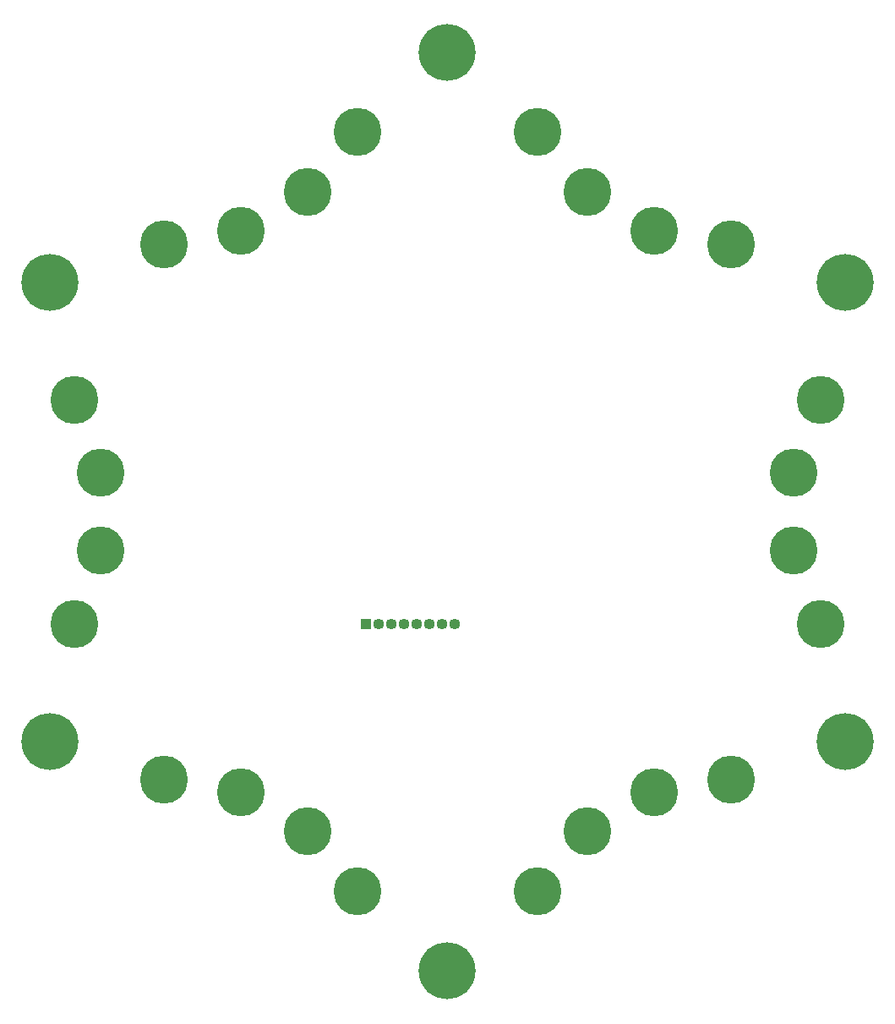
<source format=gts>
%TF.GenerationSoftware,KiCad,Pcbnew,(5.1.6)-1*%
%TF.CreationDate,2020-12-17T15:03:58+07:00*%
%TF.ProjectId,Snowduno,536e6f77-6475-46e6-9f2e-6b696361645f,rev?*%
%TF.SameCoordinates,Original*%
%TF.FileFunction,Soldermask,Top*%
%TF.FilePolarity,Negative*%
%FSLAX46Y46*%
G04 Gerber Fmt 4.6, Leading zero omitted, Abs format (unit mm)*
G04 Created by KiCad (PCBNEW (5.1.6)-1) date 2020-12-17 15:03:58*
%MOMM*%
%LPD*%
G01*
G04 APERTURE LIST*
%ADD10O,1.100000X1.100000*%
%ADD11R,1.100000X1.100000*%
%ADD12C,4.800000*%
%ADD13C,5.700000*%
G04 APERTURE END LIST*
D10*
%TO.C,J1*%
X141650000Y-109260000D03*
X140380000Y-109260000D03*
X139110000Y-109260000D03*
X137840000Y-109260000D03*
X136570000Y-109260000D03*
X135300000Y-109260000D03*
X134030000Y-109260000D03*
D11*
X132760000Y-109260000D03*
%TD*%
D12*
%TO.C,H30*%
X126949399Y-130054704D03*
%TD*%
%TO.C,H29*%
X161662212Y-126179060D03*
%TD*%
%TO.C,H28*%
X175662212Y-94179060D03*
%TD*%
%TO.C,H27*%
X154949399Y-66054704D03*
%TD*%
%TO.C,H26*%
X120236586Y-69930348D03*
%TD*%
%TO.C,H25*%
X106236586Y-101930349D03*
%TD*%
%TO.C,H24*%
X131949399Y-136054705D03*
%TD*%
%TO.C,H23*%
X169358365Y-124848933D03*
%TD*%
%TO.C,H22*%
X178358365Y-86848932D03*
%TD*%
%TO.C,H21*%
X149949399Y-60054703D03*
%TD*%
%TO.C,H20*%
X112540433Y-71260475D03*
%TD*%
%TO.C,H19*%
X103540433Y-109260477D03*
%TD*%
D13*
%TO.C,H18*%
X140949399Y-144054704D03*
%TD*%
%TO.C,H17*%
X180786568Y-121054705D03*
%TD*%
%TO.C,H16*%
X180786568Y-75054704D03*
%TD*%
%TO.C,H15*%
X140949401Y-52054704D03*
%TD*%
%TO.C,H14*%
X101112229Y-75054705D03*
%TD*%
%TO.C,H13*%
X101112230Y-121054707D03*
%TD*%
D12*
%TO.C,H12*%
X149949399Y-136054705D03*
%TD*%
%TO.C,H11*%
X178358365Y-109260477D03*
%TD*%
%TO.C,H10*%
X169358365Y-71260476D03*
%TD*%
%TO.C,H9*%
X131949399Y-60054703D03*
%TD*%
%TO.C,H8*%
X103540433Y-86848932D03*
%TD*%
%TO.C,H7*%
X112540433Y-124848932D03*
%TD*%
%TO.C,H6*%
X154949399Y-130054704D03*
%TD*%
%TO.C,H5*%
X175662212Y-101930349D03*
%TD*%
%TO.C,H4*%
X161662212Y-69930348D03*
%TD*%
%TO.C,H3*%
X126949399Y-66054704D03*
%TD*%
%TO.C,H2*%
X106236586Y-94179060D03*
%TD*%
%TO.C,H1*%
X120236586Y-126179060D03*
%TD*%
M02*

</source>
